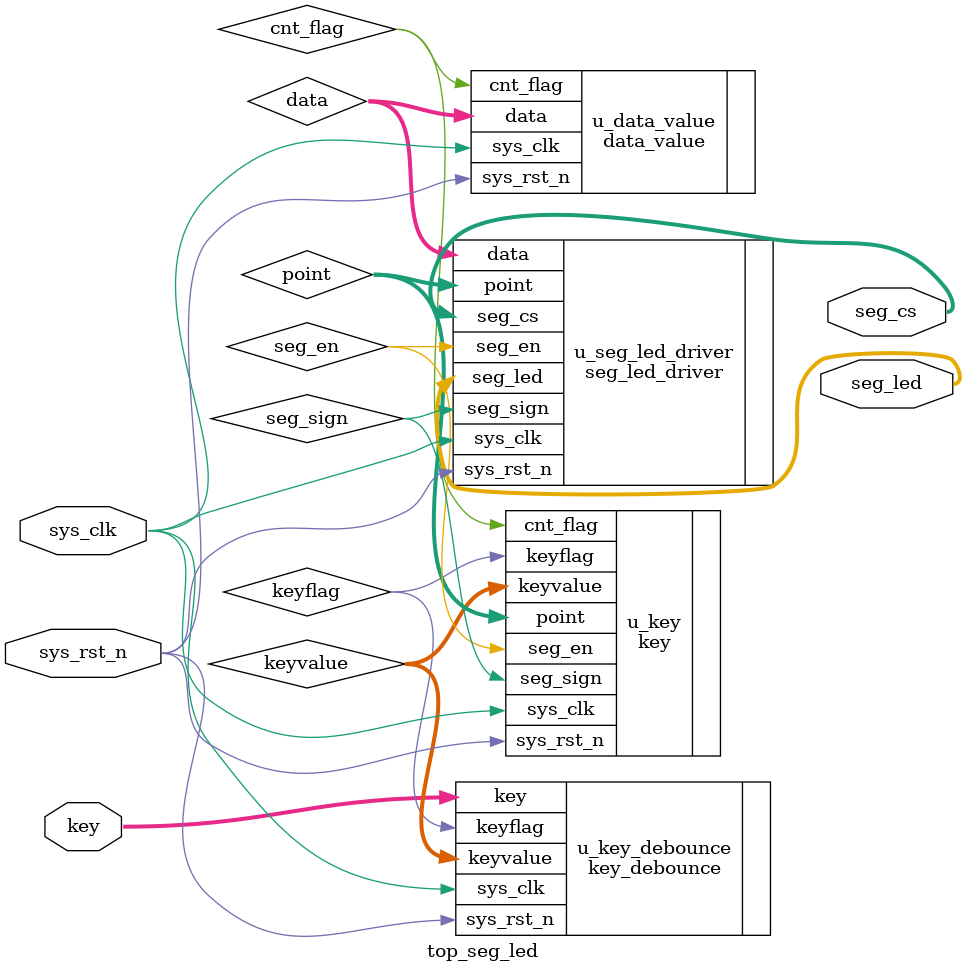
<source format=v>
`timescale 1ns / 1ps

module top_seg_led(
    input               sys_clk,
    input               sys_rst_n,
    input[3:0]          key,

    output[5:0]         seg_cs,
    output[7:0]         seg_led
);

wire[3:0]   keyvalue;
wire        keyflag;

wire[5:0]   point;
wire        cnt_flag;
wire        seg_en;
wire        seg_sign;  

wire[19:0]  data;

key_debounce u_key_debounce(
    .sys_clk        (sys_clk),            
    .sys_rst_n      (sys_rst_n),          
    .key            (key),           
    
    .keyvalue       (keyvalue),           
    .keyflag        (keyflag)             
);

key u_key(
    .sys_clk        (sys_clk),
    .sys_rst_n      (sys_rst_n),
    .keyvalue       (keyvalue),
    .keyflag        (keyflag),

    .point          (point),   
    .cnt_flag       (cnt_flag),   
    .seg_en         (seg_en),   
    .seg_sign       (seg_sign)  
);

data_value u_data_value(
    .sys_clk        (sys_clk),
    .sys_rst_n      (sys_rst_n),
    .cnt_flag       (cnt_flag),

    .data           (data)           
);

seg_led_driver u_seg_led_driver(
    .sys_clk        (sys_clk),
    .sys_rst_n      (sys_rst_n),
    .point          (point),  
    .seg_en         (seg_en),           
    .seg_sign       (seg_sign),        
    .data           (data),                         

    .seg_cs         (seg_cs),
    .seg_led        (seg_led)
);
  

endmodule

</source>
